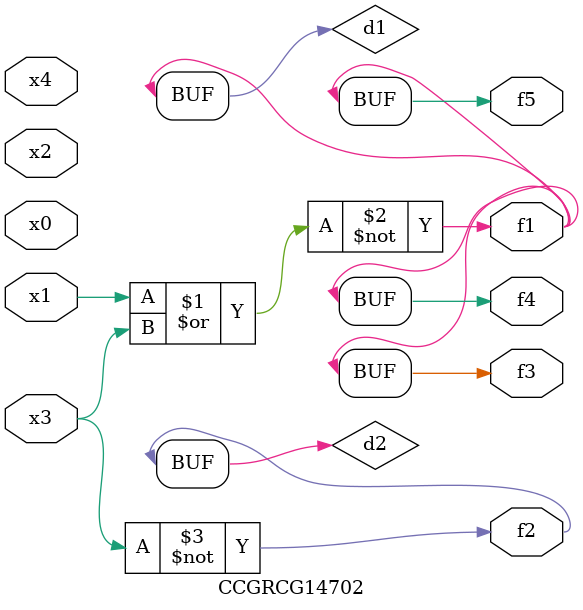
<source format=v>
module CCGRCG14702(
	input x0, x1, x2, x3, x4,
	output f1, f2, f3, f4, f5
);

	wire d1, d2;

	nor (d1, x1, x3);
	not (d2, x3);
	assign f1 = d1;
	assign f2 = d2;
	assign f3 = d1;
	assign f4 = d1;
	assign f5 = d1;
endmodule

</source>
